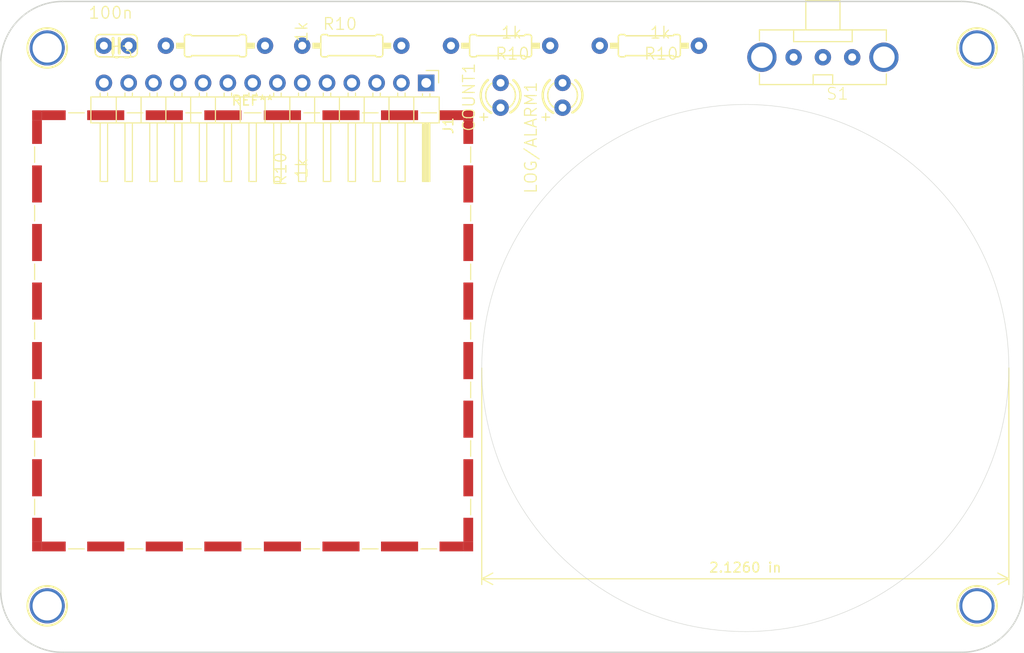
<source format=kicad_pcb>
(kicad_pcb (version 20171130) (host pcbnew 5.1.2-f72e74a~84~ubuntu18.04.1)

  (general
    (thickness 1.6)
    (drawings 12)
    (tracks 0)
    (zones 0)
    (modules 14)
    (nets 15)
  )

  (page A4)
  (layers
    (0 F.Cu signal)
    (31 B.Cu signal)
    (32 B.Adhes user)
    (33 F.Adhes user)
    (34 B.Paste user)
    (35 F.Paste user)
    (36 B.SilkS user)
    (37 F.SilkS user)
    (38 B.Mask user)
    (39 F.Mask user)
    (40 Dwgs.User user)
    (41 Cmts.User user)
    (42 Eco1.User user)
    (43 Eco2.User user)
    (44 Edge.Cuts user)
    (45 Margin user)
    (46 B.CrtYd user)
    (47 F.CrtYd user)
    (48 B.Fab user)
    (49 F.Fab user)
  )

  (setup
    (last_trace_width 0.25)
    (trace_clearance 0.2)
    (zone_clearance 0.508)
    (zone_45_only no)
    (trace_min 0.2)
    (via_size 0.8)
    (via_drill 0.4)
    (via_min_size 0.4)
    (via_min_drill 0.3)
    (uvia_size 0.3)
    (uvia_drill 0.1)
    (uvias_allowed no)
    (uvia_min_size 0.2)
    (uvia_min_drill 0.1)
    (edge_width 0.05)
    (segment_width 0.2)
    (pcb_text_width 0.3)
    (pcb_text_size 1.5 1.5)
    (mod_edge_width 0.12)
    (mod_text_size 1 1)
    (mod_text_width 0.15)
    (pad_size 1.524 1.524)
    (pad_drill 0.762)
    (pad_to_mask_clearance 0.051)
    (solder_mask_min_width 0.25)
    (aux_axis_origin 0 0)
    (visible_elements FFFFFF7F)
    (pcbplotparams
      (layerselection 0x010fc_ffffffff)
      (usegerberextensions false)
      (usegerberattributes false)
      (usegerberadvancedattributes false)
      (creategerberjobfile false)
      (excludeedgelayer true)
      (linewidth 0.150000)
      (plotframeref false)
      (viasonmask false)
      (mode 1)
      (useauxorigin false)
      (hpglpennumber 1)
      (hpglpenspeed 20)
      (hpglpendiameter 15.000000)
      (psnegative false)
      (psa4output false)
      (plotreference true)
      (plotvalue true)
      (plotinvisibletext false)
      (padsonsilk false)
      (subtractmaskfromsilk false)
      (outputformat 1)
      (mirror false)
      (drillshape 1)
      (scaleselection 1)
      (outputdirectory ""))
  )

  (net 0 "")
  (net 1 "Net-(J1-Pad14)")
  (net 2 "Net-(J1-Pad13)")
  (net 3 "Net-(J1-Pad12)")
  (net 4 "Net-(J1-Pad11)")
  (net 5 "Net-(J1-Pad10)")
  (net 6 "Net-(J1-Pad9)")
  (net 7 "Net-(J1-Pad8)")
  (net 8 "Net-(J1-Pad7)")
  (net 9 "Net-(J1-Pad6)")
  (net 10 "Net-(J1-Pad5)")
  (net 11 "Net-(J1-Pad4)")
  (net 12 "Net-(J1-Pad3)")
  (net 13 "Net-(J1-Pad2)")
  (net 14 "Net-(J1-Pad1)")

  (net_class Default "This is the default net class."
    (clearance 0.2)
    (trace_width 0.25)
    (via_dia 0.8)
    (via_drill 0.4)
    (uvia_dia 0.3)
    (uvia_drill 0.1)
    (add_net "Net-(J1-Pad1)")
    (add_net "Net-(J1-Pad10)")
    (add_net "Net-(J1-Pad11)")
    (add_net "Net-(J1-Pad12)")
    (add_net "Net-(J1-Pad13)")
    (add_net "Net-(J1-Pad14)")
    (add_net "Net-(J1-Pad2)")
    (add_net "Net-(J1-Pad3)")
    (add_net "Net-(J1-Pad4)")
    (add_net "Net-(J1-Pad5)")
    (add_net "Net-(J1-Pad6)")
    (add_net "Net-(J1-Pad7)")
    (add_net "Net-(J1-Pad8)")
    (add_net "Net-(J1-Pad9)")
  )

  (module RF_Shielding:Laird_Technologies_BMI-S-207-F_44.37x44.37mm (layer F.Cu) (tedit 5B85E948) (tstamp 5D2645D0)
    (at 110.49 97.79)
    (descr "Laird Technologies BMI-S-207-F Shielding Cabinet Two Piece SMD 44.37x44.37mm (https://assets.lairdtech.com/home/brandworld/files/Board%20Level%20Shields%20Catalog%20Download.pdf)")
    (tags "Shielding Cabinet")
    (attr smd)
    (fp_text reference REF** (at 0 -23.59) (layer F.SilkS)
      (effects (font (size 1 1) (thickness 0.15)))
    )
    (fp_text value Laird_Technologies_BMI-S-207-F_44.37x44.37mm (at 0 23.59) (layer F.Fab)
      (effects (font (size 1 1) (thickness 0.15)))
    )
    (fp_line (start 21.34 21.34) (end -21.34 21.34) (layer F.CrtYd) (width 0.05))
    (fp_line (start 21.34 -21.34) (end 21.34 21.34) (layer F.CrtYd) (width 0.05))
    (fp_line (start 22.335 17.25) (end 22.335 18.85) (layer F.SilkS) (width 0.12))
    (fp_line (start -22.335 17.25) (end -22.335 18.85) (layer F.SilkS) (width 0.12))
    (fp_line (start 22.335 11.25) (end 22.335 12.85) (layer F.SilkS) (width 0.12))
    (fp_line (start -22.335 11.25) (end -22.335 12.85) (layer F.SilkS) (width 0.12))
    (fp_line (start 22.335 5.25) (end 22.335 6.85) (layer F.SilkS) (width 0.12))
    (fp_line (start -22.335 5.25) (end -22.335 6.85) (layer F.SilkS) (width 0.12))
    (fp_line (start 22.335 -0.85) (end 22.335 0.85) (layer F.SilkS) (width 0.12))
    (fp_line (start -22.335 -0.85) (end -22.335 0.85) (layer F.SilkS) (width 0.12))
    (fp_line (start 22.335 -6.85) (end 22.335 -5.25) (layer F.SilkS) (width 0.12))
    (fp_line (start -22.335 -6.85) (end -22.335 -5.25) (layer F.SilkS) (width 0.12))
    (fp_line (start 22.335 -12.85) (end 22.335 -11.25) (layer F.SilkS) (width 0.12))
    (fp_line (start -22.335 -12.85) (end -22.335 -11.25) (layer F.SilkS) (width 0.12))
    (fp_line (start 22.335 -18.85) (end 22.335 -17.25) (layer F.SilkS) (width 0.12))
    (fp_line (start -22.335 -18.85) (end -22.335 -17.25) (layer F.SilkS) (width 0.12))
    (fp_line (start 17.25 22.335) (end 18.85 22.335) (layer F.SilkS) (width 0.12))
    (fp_line (start 17.25 -22.335) (end 18.85 -22.335) (layer F.SilkS) (width 0.12))
    (fp_line (start 11.25 22.335) (end 12.85 22.335) (layer F.SilkS) (width 0.12))
    (fp_line (start 11.25 -22.335) (end 12.85 -22.335) (layer F.SilkS) (width 0.12))
    (fp_line (start 5.25 22.335) (end 6.85 22.335) (layer F.SilkS) (width 0.12))
    (fp_line (start 5.25 -22.335) (end 6.85 -22.335) (layer F.SilkS) (width 0.12))
    (fp_line (start -0.85 22.335) (end 0.85 22.335) (layer F.SilkS) (width 0.12))
    (fp_line (start -0.85 -22.335) (end 0.85 -22.335) (layer F.SilkS) (width 0.12))
    (fp_line (start -6.85 22.335) (end -5.25 22.335) (layer F.SilkS) (width 0.12))
    (fp_line (start -6.85 -22.335) (end -5.25 -22.335) (layer F.SilkS) (width 0.12))
    (fp_line (start -12.85 22.335) (end -11.25 22.335) (layer F.SilkS) (width 0.12))
    (fp_line (start -12.85 -22.335) (end -11.25 -22.335) (layer F.SilkS) (width 0.12))
    (fp_line (start -18.85 22.335) (end -17.25 22.335) (layer F.SilkS) (width 0.12))
    (fp_line (start -18.85 -22.335) (end -17.25 -22.335) (layer F.SilkS) (width 0.12))
    (fp_line (start 22.185 -22.185) (end -22.185 -22.185) (layer F.Fab) (width 0.1))
    (fp_line (start 22.185 22.185) (end 22.185 -22.185) (layer F.Fab) (width 0.1))
    (fp_line (start -22.185 22.185) (end 22.185 22.185) (layer F.Fab) (width 0.1))
    (fp_line (start -22.185 -22.185) (end -22.185 22.185) (layer F.Fab) (width 0.1))
    (fp_line (start 22.85 -22.85) (end -22.85 -22.85) (layer F.CrtYd) (width 0.05))
    (fp_line (start 22.85 22.85) (end 22.85 -22.85) (layer F.CrtYd) (width 0.05))
    (fp_line (start -22.85 22.85) (end 22.85 22.85) (layer F.CrtYd) (width 0.05))
    (fp_line (start -22.85 -22.85) (end -22.85 22.85) (layer F.CrtYd) (width 0.05))
    (fp_line (start 21.34 -21.34) (end -21.34 -21.34) (layer F.CrtYd) (width 0.05))
    (fp_line (start -21.34 -21.34) (end -21.34 21.34) (layer F.CrtYd) (width 0.05))
    (fp_text user %R (at 0 0) (layer F.Fab)
      (effects (font (size 1 1) (thickness 0.15)))
    )
    (pad 1 smd rect (at 22.09 20.37) (size 1 2.44) (layers F.Cu F.Paste F.Mask))
    (pad 1 smd rect (at -22.09 20.37) (size 1 2.44) (layers F.Cu F.Paste F.Mask))
    (pad 1 smd rect (at 22.09 15.05) (size 1 3.8) (layers F.Cu F.Paste F.Mask))
    (pad 1 smd rect (at -22.09 15.05) (size 1 3.8) (layers F.Cu F.Paste F.Mask))
    (pad 1 smd rect (at 22.09 9.05) (size 1 3.8) (layers F.Cu F.Paste F.Mask))
    (pad 1 smd rect (at -22.09 9.05) (size 1 3.8) (layers F.Cu F.Paste F.Mask))
    (pad 1 smd rect (at 22.09 3.05) (size 1 3.8) (layers F.Cu F.Paste F.Mask))
    (pad 1 smd rect (at -22.09 3.05) (size 1 3.8) (layers F.Cu F.Paste F.Mask))
    (pad 1 smd rect (at 22.09 -3.05) (size 1 3.8) (layers F.Cu F.Paste F.Mask))
    (pad 1 smd rect (at -22.09 -3.05) (size 1 3.8) (layers F.Cu F.Paste F.Mask))
    (pad 1 smd rect (at 22.09 -9.05) (size 1 3.8) (layers F.Cu F.Paste F.Mask))
    (pad 1 smd rect (at -22.09 -9.05) (size 1 3.8) (layers F.Cu F.Paste F.Mask))
    (pad 1 smd rect (at 22.09 -15.05) (size 1 3.8) (layers F.Cu F.Paste F.Mask))
    (pad 1 smd rect (at -22.09 -15.05) (size 1 3.8) (layers F.Cu F.Paste F.Mask))
    (pad 1 smd rect (at 22.09 -20.37) (size 1 2.44) (layers F.Cu F.Paste F.Mask))
    (pad 1 smd rect (at -22.09 -20.37) (size 1 2.44) (layers F.Cu F.Paste F.Mask))
    (pad 1 smd rect (at 20.37 22.09) (size 2.44 1) (layers F.Cu F.Paste F.Mask))
    (pad 1 smd rect (at 20.37 -22.09) (size 2.44 1) (layers F.Cu F.Paste F.Mask))
    (pad 1 smd rect (at 15.05 22.09) (size 3.8 1) (layers F.Cu F.Paste F.Mask))
    (pad 1 smd rect (at 15.05 -22.09) (size 3.8 1) (layers F.Cu F.Paste F.Mask))
    (pad 1 smd rect (at 9.05 22.09) (size 3.8 1) (layers F.Cu F.Paste F.Mask))
    (pad 1 smd rect (at 9.05 -22.09) (size 3.8 1) (layers F.Cu F.Paste F.Mask))
    (pad 1 smd rect (at 3.05 22.09) (size 3.8 1) (layers F.Cu F.Paste F.Mask))
    (pad 1 smd rect (at 3.05 -22.09) (size 3.8 1) (layers F.Cu F.Paste F.Mask))
    (pad 1 smd rect (at -3.05 22.09) (size 3.8 1) (layers F.Cu F.Paste F.Mask))
    (pad 1 smd rect (at -3.05 -22.09) (size 3.8 1) (layers F.Cu F.Paste F.Mask))
    (pad 1 smd rect (at -9.05 22.09) (size 3.8 1) (layers F.Cu F.Paste F.Mask))
    (pad 1 smd rect (at -9.05 -22.09) (size 3.8 1) (layers F.Cu F.Paste F.Mask))
    (pad 1 smd rect (at -15.05 22.09) (size 3.8 1) (layers F.Cu F.Paste F.Mask))
    (pad 1 smd rect (at -15.05 -22.09) (size 3.8 1) (layers F.Cu F.Paste F.Mask))
    (pad 1 smd rect (at -20.37 22.09) (size 2.44 1) (layers F.Cu F.Paste F.Mask))
    (pad 1 smd rect (at -20.37 -22.09) (size 2.44 1) (layers F.Cu F.Paste F.Mask))
    (pad 1 smd rect (at -22.09 22.09) (size 1 1) (layers F.Cu F.Paste F.Mask))
    (pad 1 smd rect (at 22.09 22.09) (size 1 1) (layers F.Cu F.Paste F.Mask))
    (pad 1 smd rect (at 22.09 -22.09) (size 1 1) (layers F.Cu F.Paste F.Mask))
    (pad 1 smd rect (at -22.09 -22.09) (size 1 1) (layers F.Cu F.Paste F.Mask))
    (model ":Extra:M5 case.FCStd"
      (at (xyz 0 0 0))
      (scale (xyz 1 1 1))
      (rotate (xyz 0 0 0))
    )
    (model /home/rob/Downloads/M5Stack.wrl
      (offset (xyz -21 -20 0))
      (scale (xyz 1.4 1 1.5))
      (rotate (xyz -90 0 -90))
    )
  )

  (module "bGeigieNanoKit V1.1r5a:0207_10" (layer F.Cu) (tedit 0) (tstamp 5D259D0F)
    (at 120.65 68.58)
    (descr "<b>RESISTOR</b><p>\ntype 0207, grid 10 mm")
    (path /491404DE0633656B)
    (fp_text reference R10 (at -3.048 -1.524) (layer F.SilkS)
      (effects (font (size 1.2065 1.2065) (thickness 0.12065)) (justify left bottom))
    )
    (fp_text value 1k (at -4.445 -0.2794 90) (layer F.SilkS)
      (effects (font (size 1.2065 1.2065) (thickness 0.12065)) (justify left bottom))
    )
    (fp_line (start 5.08 0) (end 4.064 0) (layer F.Fab) (width 0.6096))
    (fp_line (start -5.08 0) (end -4.064 0) (layer F.Fab) (width 0.6096))
    (fp_arc (start -2.921 -0.889) (end -3.175 -0.889) (angle 90) (layer F.SilkS) (width 0.1524))
    (fp_arc (start -2.921 0.889) (end -3.175 0.889) (angle -90) (layer F.SilkS) (width 0.1524))
    (fp_arc (start 2.921 0.889) (end 2.921 1.143) (angle -90) (layer F.SilkS) (width 0.1524))
    (fp_arc (start 2.921 -0.889) (end 2.921 -1.143) (angle 90) (layer F.SilkS) (width 0.1524))
    (fp_line (start -3.175 0.889) (end -3.175 -0.889) (layer F.SilkS) (width 0.1524))
    (fp_line (start -2.921 -1.143) (end -2.54 -1.143) (layer F.SilkS) (width 0.1524))
    (fp_line (start -2.413 -1.016) (end -2.54 -1.143) (layer F.SilkS) (width 0.1524))
    (fp_line (start -2.921 1.143) (end -2.54 1.143) (layer F.SilkS) (width 0.1524))
    (fp_line (start -2.413 1.016) (end -2.54 1.143) (layer F.SilkS) (width 0.1524))
    (fp_line (start 2.413 -1.016) (end 2.54 -1.143) (layer F.SilkS) (width 0.1524))
    (fp_line (start 2.413 -1.016) (end -2.413 -1.016) (layer F.SilkS) (width 0.1524))
    (fp_line (start 2.413 1.016) (end 2.54 1.143) (layer F.SilkS) (width 0.1524))
    (fp_line (start 2.413 1.016) (end -2.413 1.016) (layer F.SilkS) (width 0.1524))
    (fp_line (start 2.921 -1.143) (end 2.54 -1.143) (layer F.SilkS) (width 0.1524))
    (fp_line (start 2.921 1.143) (end 2.54 1.143) (layer F.SilkS) (width 0.1524))
    (fp_line (start 3.175 0.889) (end 3.175 -0.889) (layer F.SilkS) (width 0.1524))
    (fp_poly (pts (xy 3.175 0.3048) (xy 4.0386 0.3048) (xy 4.0386 -0.3048) (xy 3.175 -0.3048)) (layer F.SilkS) (width 0))
    (fp_poly (pts (xy -4.0386 0.3048) (xy -3.175 0.3048) (xy -3.175 -0.3048) (xy -4.0386 -0.3048)) (layer F.SilkS) (width 0))
    (pad 1 thru_hole circle (at -5.08 0) (size 1.6764 1.6764) (drill 0.8128) (layers *.Cu *.Mask)
      (solder_mask_margin 0.1016))
    (pad 2 thru_hole circle (at 5.08 0) (size 1.6764 1.6764) (drill 0.8128) (layers *.Cu *.Mask)
      (solder_mask_margin 0.1016))
  )

  (module "bGeigieNanoKit V1.1r5a:0207_10" (layer F.Cu) (tedit 0) (tstamp 5D259CC4)
    (at 106.68 68.58)
    (descr "<b>RESISTOR</b><p>\ntype 0207, grid 10 mm")
    (path /491404DE0633656B)
    (fp_text reference R10 (at 7.366 14.478 90) (layer F.SilkS)
      (effects (font (size 1.2065 1.2065) (thickness 0.12065)) (justify left bottom))
    )
    (fp_text value 1k (at 9.525 13.6906 90) (layer F.SilkS)
      (effects (font (size 1.2065 1.2065) (thickness 0.12065)) (justify left bottom))
    )
    (fp_poly (pts (xy -4.0386 0.3048) (xy -3.175 0.3048) (xy -3.175 -0.3048) (xy -4.0386 -0.3048)) (layer F.SilkS) (width 0))
    (fp_poly (pts (xy 3.175 0.3048) (xy 4.0386 0.3048) (xy 4.0386 -0.3048) (xy 3.175 -0.3048)) (layer F.SilkS) (width 0))
    (fp_line (start 3.175 0.889) (end 3.175 -0.889) (layer F.SilkS) (width 0.1524))
    (fp_line (start 2.921 1.143) (end 2.54 1.143) (layer F.SilkS) (width 0.1524))
    (fp_line (start 2.921 -1.143) (end 2.54 -1.143) (layer F.SilkS) (width 0.1524))
    (fp_line (start 2.413 1.016) (end -2.413 1.016) (layer F.SilkS) (width 0.1524))
    (fp_line (start 2.413 1.016) (end 2.54 1.143) (layer F.SilkS) (width 0.1524))
    (fp_line (start 2.413 -1.016) (end -2.413 -1.016) (layer F.SilkS) (width 0.1524))
    (fp_line (start 2.413 -1.016) (end 2.54 -1.143) (layer F.SilkS) (width 0.1524))
    (fp_line (start -2.413 1.016) (end -2.54 1.143) (layer F.SilkS) (width 0.1524))
    (fp_line (start -2.921 1.143) (end -2.54 1.143) (layer F.SilkS) (width 0.1524))
    (fp_line (start -2.413 -1.016) (end -2.54 -1.143) (layer F.SilkS) (width 0.1524))
    (fp_line (start -2.921 -1.143) (end -2.54 -1.143) (layer F.SilkS) (width 0.1524))
    (fp_line (start -3.175 0.889) (end -3.175 -0.889) (layer F.SilkS) (width 0.1524))
    (fp_arc (start 2.921 -0.889) (end 2.921 -1.143) (angle 90) (layer F.SilkS) (width 0.1524))
    (fp_arc (start 2.921 0.889) (end 2.921 1.143) (angle -90) (layer F.SilkS) (width 0.1524))
    (fp_arc (start -2.921 0.889) (end -3.175 0.889) (angle -90) (layer F.SilkS) (width 0.1524))
    (fp_arc (start -2.921 -0.889) (end -3.175 -0.889) (angle 90) (layer F.SilkS) (width 0.1524))
    (fp_line (start -5.08 0) (end -4.064 0) (layer F.Fab) (width 0.6096))
    (fp_line (start 5.08 0) (end 4.064 0) (layer F.Fab) (width 0.6096))
    (pad 2 thru_hole circle (at 5.08 0) (size 1.6764 1.6764) (drill 0.8128) (layers *.Cu *.Mask)
      (solder_mask_margin 0.1016))
    (pad 1 thru_hole circle (at -5.08 0) (size 1.6764 1.6764) (drill 0.8128) (layers *.Cu *.Mask)
      (solder_mask_margin 0.1016))
  )

  (module "bGeigieNanoKit V1.1r5a:0207_10" (layer F.Cu) (tedit 0) (tstamp 5D259B5D)
    (at 135.89 68.58 180)
    (descr "<b>RESISTOR</b><p>\ntype 0207, grid 10 mm")
    (path /491404DE0633656B)
    (fp_text reference R10 (at -3.048 -1.524) (layer F.SilkS)
      (effects (font (size 1.2065 1.2065) (thickness 0.12065)) (justify right bottom))
    )
    (fp_text value 1k (at -2.2606 0.635) (layer F.SilkS)
      (effects (font (size 1.2065 1.2065) (thickness 0.12065)) (justify right bottom))
    )
    (fp_poly (pts (xy -4.0386 0.3048) (xy -3.175 0.3048) (xy -3.175 -0.3048) (xy -4.0386 -0.3048)) (layer F.SilkS) (width 0))
    (fp_poly (pts (xy 3.175 0.3048) (xy 4.0386 0.3048) (xy 4.0386 -0.3048) (xy 3.175 -0.3048)) (layer F.SilkS) (width 0))
    (fp_line (start 3.175 0.889) (end 3.175 -0.889) (layer F.SilkS) (width 0.1524))
    (fp_line (start 2.921 1.143) (end 2.54 1.143) (layer F.SilkS) (width 0.1524))
    (fp_line (start 2.921 -1.143) (end 2.54 -1.143) (layer F.SilkS) (width 0.1524))
    (fp_line (start 2.413 1.016) (end -2.413 1.016) (layer F.SilkS) (width 0.1524))
    (fp_line (start 2.413 1.016) (end 2.54 1.143) (layer F.SilkS) (width 0.1524))
    (fp_line (start 2.413 -1.016) (end -2.413 -1.016) (layer F.SilkS) (width 0.1524))
    (fp_line (start 2.413 -1.016) (end 2.54 -1.143) (layer F.SilkS) (width 0.1524))
    (fp_line (start -2.413 1.016) (end -2.54 1.143) (layer F.SilkS) (width 0.1524))
    (fp_line (start -2.921 1.143) (end -2.54 1.143) (layer F.SilkS) (width 0.1524))
    (fp_line (start -2.413 -1.016) (end -2.54 -1.143) (layer F.SilkS) (width 0.1524))
    (fp_line (start -2.921 -1.143) (end -2.54 -1.143) (layer F.SilkS) (width 0.1524))
    (fp_line (start -3.175 0.889) (end -3.175 -0.889) (layer F.SilkS) (width 0.1524))
    (fp_arc (start 2.921 -0.889) (end 2.921 -1.143) (angle 90) (layer F.SilkS) (width 0.1524))
    (fp_arc (start 2.921 0.889) (end 2.921 1.143) (angle -90) (layer F.SilkS) (width 0.1524))
    (fp_arc (start -2.921 0.889) (end -3.175 0.889) (angle -90) (layer F.SilkS) (width 0.1524))
    (fp_arc (start -2.921 -0.889) (end -3.175 -0.889) (angle 90) (layer F.SilkS) (width 0.1524))
    (fp_line (start -5.08 0) (end -4.064 0) (layer F.Fab) (width 0.6096))
    (fp_line (start 5.08 0) (end 4.064 0) (layer F.Fab) (width 0.6096))
    (pad 2 thru_hole circle (at 5.08 0 180) (size 1.6764 1.6764) (drill 0.8128) (layers *.Cu *.Mask)
      (solder_mask_margin 0.1016))
    (pad 1 thru_hole circle (at -5.08 0 180) (size 1.6764 1.6764) (drill 0.8128) (layers *.Cu *.Mask)
      (solder_mask_margin 0.1016))
  )

  (module "bGeigieNanoKit V1.1r5a:0207_10" (layer F.Cu) (tedit 0) (tstamp 5D264989)
    (at 151.13 68.58 180)
    (descr "<b>RESISTOR</b><p>\ntype 0207, grid 10 mm")
    (path /491404DE0633656B)
    (fp_text reference R10 (at -3.048 -1.524) (layer F.SilkS)
      (effects (font (size 1.2065 1.2065) (thickness 0.12065)) (justify right bottom))
    )
    (fp_text value 1k (at -2.2606 0.635) (layer F.SilkS)
      (effects (font (size 1.2065 1.2065) (thickness 0.12065)) (justify right bottom))
    )
    (fp_line (start 5.08 0) (end 4.064 0) (layer F.Fab) (width 0.6096))
    (fp_line (start -5.08 0) (end -4.064 0) (layer F.Fab) (width 0.6096))
    (fp_arc (start -2.921 -0.889) (end -3.175 -0.889) (angle 90) (layer F.SilkS) (width 0.1524))
    (fp_arc (start -2.921 0.889) (end -3.175 0.889) (angle -90) (layer F.SilkS) (width 0.1524))
    (fp_arc (start 2.921 0.889) (end 2.921 1.143) (angle -90) (layer F.SilkS) (width 0.1524))
    (fp_arc (start 2.921 -0.889) (end 2.921 -1.143) (angle 90) (layer F.SilkS) (width 0.1524))
    (fp_line (start -3.175 0.889) (end -3.175 -0.889) (layer F.SilkS) (width 0.1524))
    (fp_line (start -2.921 -1.143) (end -2.54 -1.143) (layer F.SilkS) (width 0.1524))
    (fp_line (start -2.413 -1.016) (end -2.54 -1.143) (layer F.SilkS) (width 0.1524))
    (fp_line (start -2.921 1.143) (end -2.54 1.143) (layer F.SilkS) (width 0.1524))
    (fp_line (start -2.413 1.016) (end -2.54 1.143) (layer F.SilkS) (width 0.1524))
    (fp_line (start 2.413 -1.016) (end 2.54 -1.143) (layer F.SilkS) (width 0.1524))
    (fp_line (start 2.413 -1.016) (end -2.413 -1.016) (layer F.SilkS) (width 0.1524))
    (fp_line (start 2.413 1.016) (end 2.54 1.143) (layer F.SilkS) (width 0.1524))
    (fp_line (start 2.413 1.016) (end -2.413 1.016) (layer F.SilkS) (width 0.1524))
    (fp_line (start 2.921 -1.143) (end 2.54 -1.143) (layer F.SilkS) (width 0.1524))
    (fp_line (start 2.921 1.143) (end 2.54 1.143) (layer F.SilkS) (width 0.1524))
    (fp_line (start 3.175 0.889) (end 3.175 -0.889) (layer F.SilkS) (width 0.1524))
    (fp_poly (pts (xy 3.175 0.3048) (xy 4.0386 0.3048) (xy 4.0386 -0.3048) (xy 3.175 -0.3048)) (layer F.SilkS) (width 0))
    (fp_poly (pts (xy -4.0386 0.3048) (xy -3.175 0.3048) (xy -3.175 -0.3048) (xy -4.0386 -0.3048)) (layer F.SilkS) (width 0))
    (pad 1 thru_hole circle (at -5.08 0 180) (size 1.6764 1.6764) (drill 0.8128) (layers *.Cu *.Mask)
      (solder_mask_margin 0.1016))
    (pad 2 thru_hole circle (at 5.08 0 180) (size 1.6764 1.6764) (drill 0.8128) (layers *.Cu *.Mask)
      (solder_mask_margin 0.1016))
  )

  (module "bGeigieNanoKit V1.1r5a:C025-024X044" (layer F.Cu) (tedit 0) (tstamp 5D258B76)
    (at 96.52 68.58 180)
    (descr "<b>CAPACITOR</b><p>\ngrid 2.5 mm, outline 2.4 x 4.4 mm")
    (path /76DC27178EA4FDCE)
    (fp_text reference C3 (at -1.778 -1.397) (layer F.SilkS)
      (effects (font (size 1.2065 1.2065) (thickness 0.12065)) (justify right bottom))
    )
    (fp_text value 100n (at -1.778 2.667) (layer F.SilkS)
      (effects (font (size 1.2065 1.2065) (thickness 0.12065)) (justify right bottom))
    )
    (fp_line (start -2.159 0.635) (end -2.159 -0.635) (layer F.SilkS) (width 0.1524))
    (fp_arc (start -1.651 -0.635) (end -2.159 -0.635) (angle 90) (layer F.SilkS) (width 0.1524))
    (fp_arc (start -1.651 0.635) (end -2.159 0.635) (angle -90) (layer F.SilkS) (width 0.1524))
    (fp_line (start 1.651 -1.143) (end -1.651 -1.143) (layer F.SilkS) (width 0.1524))
    (fp_line (start 2.159 0.635) (end 2.159 -0.635) (layer F.SilkS) (width 0.1524))
    (fp_line (start 1.651 1.143) (end -1.651 1.143) (layer F.SilkS) (width 0.1524))
    (fp_arc (start 1.651 -0.635) (end 1.651 -1.143) (angle 90) (layer F.SilkS) (width 0.1524))
    (fp_arc (start 1.651 0.635) (end 1.651 1.143) (angle -90) (layer F.SilkS) (width 0.1524))
    (fp_line (start -0.3048 -0.762) (end -0.3048 0.762) (layer F.SilkS) (width 0.3048))
    (fp_line (start 0.3302 -0.762) (end 0.3302 0.762) (layer F.SilkS) (width 0.3048))
    (fp_line (start 1.27 0) (end 0.3302 0) (layer F.Fab) (width 0.1524))
    (fp_line (start -1.27 0) (end -0.3048 0) (layer F.Fab) (width 0.1524))
    (pad 1 thru_hole circle (at -1.27 0 180) (size 1.6764 1.6764) (drill 0.8128) (layers *.Cu *.Mask)
      (solder_mask_margin 0.1016))
    (pad 2 thru_hole circle (at 1.27 0 180) (size 1.6764 1.6764) (drill 0.8128) (layers *.Cu *.Mask)
      (solder_mask_margin 0.1016))
  )

  (module "bGeigieNanoKit V1.1r5a:LED3MM" (layer F.Cu) (tedit 0) (tstamp 5D2588BE)
    (at 135.89 73.66 90)
    (descr "<B>LED</B><p>\n3 mm, round")
    (path /8945427DC916D756)
    (fp_text reference COUNT1 (at -3.81 -2.54 270) (layer F.SilkS)
      (effects (font (size 1.2065 1.2065) (thickness 0.12065)) (justify left bottom))
    )
    (fp_text value BLUE (at 1.905 1.651 90) (layer F.SilkS) hide
      (effects (font (size 1.2065 1.2065) (thickness 0.12065)) (justify left bottom))
    )
    (fp_line (start 1.5748 1.27) (end 1.5748 -1.27) (layer F.Fab) (width 0.254))
    (fp_arc (start 0 0.000004) (end -1.524 0) (angle 39.80361) (layer F.Fab) (width 0.1524))
    (fp_arc (start 0 0.000063) (end -1.524 0) (angle -41.633208) (layer F.Fab) (width 0.1524))
    (fp_arc (start 0 0.000014) (end 1.1571 -0.9918) (angle 40.601165) (layer F.Fab) (width 0.1524))
    (fp_arc (start 0 -0.000004) (end 1.1708 0.9756) (angle -39.80361) (layer F.Fab) (width 0.1524))
    (fp_arc (start -0.000034 0) (end 0 -1.524) (angle 54.461337) (layer F.SilkS) (width 0.1524))
    (fp_arc (start 0 0) (end -1.2192 -0.9144) (angle 53.130102) (layer F.SilkS) (width 0.1524))
    (fp_arc (start -0.000008 0) (end 0 1.524) (angle -52.126876) (layer F.SilkS) (width 0.1524))
    (fp_arc (start 0.000008 0) (end -1.203 0.9356) (angle -52.126876) (layer F.SilkS) (width 0.1524))
    (fp_arc (start 0 0) (end -0.635 0) (angle 90) (layer F.Fab) (width 0.1524))
    (fp_arc (start 0 0) (end -1.016 0) (angle 90) (layer F.Fab) (width 0.1524))
    (fp_arc (start 0 0) (end 0 0.635) (angle -90) (layer F.Fab) (width 0.1524))
    (fp_arc (start 0 0) (end 0 1.016) (angle -90) (layer F.Fab) (width 0.1524))
    (fp_arc (start 0.000012 0) (end 0 -2.032) (angle 50.193108) (layer F.SilkS) (width 0.254))
    (fp_arc (start 0.00006 0) (end -1.7929 -0.9562) (angle 61.926949) (layer F.SilkS) (width 0.254))
    (fp_arc (start 0.000037 0) (end 0 2.032) (angle -49.763022) (layer F.SilkS) (width 0.254))
    (fp_arc (start -0.000056 0) (end -1.7643 1.0082) (angle -60.255215) (layer F.SilkS) (width 0.254))
    (fp_arc (start 0 0.000002) (end -2.032 0) (angle 28.301701) (layer F.Fab) (width 0.254))
    (fp_arc (start 0 0.000083) (end -2.032 0) (angle -31.60822) (layer F.Fab) (width 0.254))
    (fp_line (start -2.5908 -1.7272) (end -1.8542 -1.7272) (layer F.SilkS) (width 0.127))
    (fp_line (start -2.2352 -1.3208) (end -2.2352 -2.1082) (layer F.SilkS) (width 0.127))
    (pad A thru_hole circle (at -1.27 0 90) (size 1.6764 1.6764) (drill 0.8128) (layers *.Cu *.Mask)
      (solder_mask_margin 0.1016))
    (pad K thru_hole circle (at 1.27 0 90) (size 1.6764 1.6764) (drill 0.8128) (layers *.Cu *.Mask)
      (solder_mask_margin 0.1016))
  )

  (module "bGeigieNanoKit V1.1r5a:LED3MM" (layer F.Cu) (tedit 0) (tstamp 5D2588A4)
    (at 142.24 73.66 90)
    (descr "<B>LED</B><p>\n3 mm, round")
    (path /8D5E7B3055E86A87)
    (fp_text reference LOG/ALARM1 (at -10.16 -2.54 270) (layer F.SilkS)
      (effects (font (size 1.2065 1.2065) (thickness 0.12065)) (justify left bottom))
    )
    (fp_text value RED (at 1.905 1.651 90) (layer F.SilkS) hide
      (effects (font (size 1.2065 1.2065) (thickness 0.12065)) (justify left bottom))
    )
    (fp_line (start 1.5748 1.27) (end 1.5748 -1.27) (layer F.Fab) (width 0.254))
    (fp_arc (start 0 0.000004) (end -1.524 0) (angle 39.80361) (layer F.Fab) (width 0.1524))
    (fp_arc (start 0 0.000063) (end -1.524 0) (angle -41.633208) (layer F.Fab) (width 0.1524))
    (fp_arc (start 0 0.000014) (end 1.1571 -0.9918) (angle 40.601165) (layer F.Fab) (width 0.1524))
    (fp_arc (start 0 -0.000004) (end 1.1708 0.9756) (angle -39.80361) (layer F.Fab) (width 0.1524))
    (fp_arc (start -0.000034 0) (end 0 -1.524) (angle 54.461337) (layer F.SilkS) (width 0.1524))
    (fp_arc (start 0 0) (end -1.2192 -0.9144) (angle 53.130102) (layer F.SilkS) (width 0.1524))
    (fp_arc (start -0.000008 0) (end 0 1.524) (angle -52.126876) (layer F.SilkS) (width 0.1524))
    (fp_arc (start 0.000008 0) (end -1.203 0.9356) (angle -52.126876) (layer F.SilkS) (width 0.1524))
    (fp_arc (start 0 0) (end -0.635 0) (angle 90) (layer F.Fab) (width 0.1524))
    (fp_arc (start 0 0) (end -1.016 0) (angle 90) (layer F.Fab) (width 0.1524))
    (fp_arc (start 0 0) (end 0 0.635) (angle -90) (layer F.Fab) (width 0.1524))
    (fp_arc (start 0 0) (end 0 1.016) (angle -90) (layer F.Fab) (width 0.1524))
    (fp_arc (start 0.000012 0) (end 0 -2.032) (angle 50.193108) (layer F.SilkS) (width 0.254))
    (fp_arc (start 0.00006 0) (end -1.7929 -0.9562) (angle 61.926949) (layer F.SilkS) (width 0.254))
    (fp_arc (start 0.000037 0) (end 0 2.032) (angle -49.763022) (layer F.SilkS) (width 0.254))
    (fp_arc (start -0.000056 0) (end -1.7643 1.0082) (angle -60.255215) (layer F.SilkS) (width 0.254))
    (fp_arc (start 0 0.000002) (end -2.032 0) (angle 28.301701) (layer F.Fab) (width 0.254))
    (fp_arc (start 0 0.000083) (end -2.032 0) (angle -31.60822) (layer F.Fab) (width 0.254))
    (fp_line (start -2.5908 -1.7272) (end -1.8542 -1.7272) (layer F.SilkS) (width 0.127))
    (fp_line (start -2.2352 -1.3208) (end -2.2352 -2.1082) (layer F.SilkS) (width 0.127))
    (pad A thru_hole circle (at -1.27 0 90) (size 1.6764 1.6764) (drill 0.8128) (layers *.Cu *.Mask)
      (solder_mask_margin 0.1016))
    (pad K thru_hole circle (at 1.27 0 90) (size 1.6764 1.6764) (drill 0.8128) (layers *.Cu *.Mask)
      (solder_mask_margin 0.1016))
  )

  (module Connector_PinHeader_2.54mm:PinHeader_1x14_P2.54mm_Horizontal (layer F.Cu) (tedit 59FED5CB) (tstamp 5D2591A9)
    (at 128.27 72.39 270)
    (descr "Through hole angled pin header, 1x14, 2.54mm pitch, 6mm pin length, single row")
    (tags "Through hole angled pin header THT 1x14 2.54mm single row")
    (path /5D258F54)
    (fp_text reference J1 (at 4.385 -2.27 90) (layer F.SilkS)
      (effects (font (size 1 1) (thickness 0.15)))
    )
    (fp_text value Conn_01x14 (at 4.385 35.29 90) (layer F.Fab)
      (effects (font (size 1 1) (thickness 0.15)))
    )
    (fp_text user %R (at 2.77 16.51) (layer F.Fab)
      (effects (font (size 1 1) (thickness 0.15)))
    )
    (fp_line (start 10.55 -1.8) (end -1.8 -1.8) (layer F.CrtYd) (width 0.05))
    (fp_line (start 10.55 34.8) (end 10.55 -1.8) (layer F.CrtYd) (width 0.05))
    (fp_line (start -1.8 34.8) (end 10.55 34.8) (layer F.CrtYd) (width 0.05))
    (fp_line (start -1.8 -1.8) (end -1.8 34.8) (layer F.CrtYd) (width 0.05))
    (fp_line (start -1.27 -1.27) (end 0 -1.27) (layer F.SilkS) (width 0.12))
    (fp_line (start -1.27 0) (end -1.27 -1.27) (layer F.SilkS) (width 0.12))
    (fp_line (start 1.042929 33.4) (end 1.44 33.4) (layer F.SilkS) (width 0.12))
    (fp_line (start 1.042929 32.64) (end 1.44 32.64) (layer F.SilkS) (width 0.12))
    (fp_line (start 10.1 33.4) (end 4.1 33.4) (layer F.SilkS) (width 0.12))
    (fp_line (start 10.1 32.64) (end 10.1 33.4) (layer F.SilkS) (width 0.12))
    (fp_line (start 4.1 32.64) (end 10.1 32.64) (layer F.SilkS) (width 0.12))
    (fp_line (start 1.44 31.75) (end 4.1 31.75) (layer F.SilkS) (width 0.12))
    (fp_line (start 1.042929 30.86) (end 1.44 30.86) (layer F.SilkS) (width 0.12))
    (fp_line (start 1.042929 30.1) (end 1.44 30.1) (layer F.SilkS) (width 0.12))
    (fp_line (start 10.1 30.86) (end 4.1 30.86) (layer F.SilkS) (width 0.12))
    (fp_line (start 10.1 30.1) (end 10.1 30.86) (layer F.SilkS) (width 0.12))
    (fp_line (start 4.1 30.1) (end 10.1 30.1) (layer F.SilkS) (width 0.12))
    (fp_line (start 1.44 29.21) (end 4.1 29.21) (layer F.SilkS) (width 0.12))
    (fp_line (start 1.042929 28.32) (end 1.44 28.32) (layer F.SilkS) (width 0.12))
    (fp_line (start 1.042929 27.56) (end 1.44 27.56) (layer F.SilkS) (width 0.12))
    (fp_line (start 10.1 28.32) (end 4.1 28.32) (layer F.SilkS) (width 0.12))
    (fp_line (start 10.1 27.56) (end 10.1 28.32) (layer F.SilkS) (width 0.12))
    (fp_line (start 4.1 27.56) (end 10.1 27.56) (layer F.SilkS) (width 0.12))
    (fp_line (start 1.44 26.67) (end 4.1 26.67) (layer F.SilkS) (width 0.12))
    (fp_line (start 1.042929 25.78) (end 1.44 25.78) (layer F.SilkS) (width 0.12))
    (fp_line (start 1.042929 25.02) (end 1.44 25.02) (layer F.SilkS) (width 0.12))
    (fp_line (start 10.1 25.78) (end 4.1 25.78) (layer F.SilkS) (width 0.12))
    (fp_line (start 10.1 25.02) (end 10.1 25.78) (layer F.SilkS) (width 0.12))
    (fp_line (start 4.1 25.02) (end 10.1 25.02) (layer F.SilkS) (width 0.12))
    (fp_line (start 1.44 24.13) (end 4.1 24.13) (layer F.SilkS) (width 0.12))
    (fp_line (start 1.042929 23.24) (end 1.44 23.24) (layer F.SilkS) (width 0.12))
    (fp_line (start 1.042929 22.48) (end 1.44 22.48) (layer F.SilkS) (width 0.12))
    (fp_line (start 10.1 23.24) (end 4.1 23.24) (layer F.SilkS) (width 0.12))
    (fp_line (start 10.1 22.48) (end 10.1 23.24) (layer F.SilkS) (width 0.12))
    (fp_line (start 4.1 22.48) (end 10.1 22.48) (layer F.SilkS) (width 0.12))
    (fp_line (start 1.44 21.59) (end 4.1 21.59) (layer F.SilkS) (width 0.12))
    (fp_line (start 1.042929 20.7) (end 1.44 20.7) (layer F.SilkS) (width 0.12))
    (fp_line (start 1.042929 19.94) (end 1.44 19.94) (layer F.SilkS) (width 0.12))
    (fp_line (start 10.1 20.7) (end 4.1 20.7) (layer F.SilkS) (width 0.12))
    (fp_line (start 10.1 19.94) (end 10.1 20.7) (layer F.SilkS) (width 0.12))
    (fp_line (start 4.1 19.94) (end 10.1 19.94) (layer F.SilkS) (width 0.12))
    (fp_line (start 1.44 19.05) (end 4.1 19.05) (layer F.SilkS) (width 0.12))
    (fp_line (start 1.042929 18.16) (end 1.44 18.16) (layer F.SilkS) (width 0.12))
    (fp_line (start 1.042929 17.4) (end 1.44 17.4) (layer F.SilkS) (width 0.12))
    (fp_line (start 10.1 18.16) (end 4.1 18.16) (layer F.SilkS) (width 0.12))
    (fp_line (start 10.1 17.4) (end 10.1 18.16) (layer F.SilkS) (width 0.12))
    (fp_line (start 4.1 17.4) (end 10.1 17.4) (layer F.SilkS) (width 0.12))
    (fp_line (start 1.44 16.51) (end 4.1 16.51) (layer F.SilkS) (width 0.12))
    (fp_line (start 1.042929 15.62) (end 1.44 15.62) (layer F.SilkS) (width 0.12))
    (fp_line (start 1.042929 14.86) (end 1.44 14.86) (layer F.SilkS) (width 0.12))
    (fp_line (start 10.1 15.62) (end 4.1 15.62) (layer F.SilkS) (width 0.12))
    (fp_line (start 10.1 14.86) (end 10.1 15.62) (layer F.SilkS) (width 0.12))
    (fp_line (start 4.1 14.86) (end 10.1 14.86) (layer F.SilkS) (width 0.12))
    (fp_line (start 1.44 13.97) (end 4.1 13.97) (layer F.SilkS) (width 0.12))
    (fp_line (start 1.042929 13.08) (end 1.44 13.08) (layer F.SilkS) (width 0.12))
    (fp_line (start 1.042929 12.32) (end 1.44 12.32) (layer F.SilkS) (width 0.12))
    (fp_line (start 10.1 13.08) (end 4.1 13.08) (layer F.SilkS) (width 0.12))
    (fp_line (start 10.1 12.32) (end 10.1 13.08) (layer F.SilkS) (width 0.12))
    (fp_line (start 4.1 12.32) (end 10.1 12.32) (layer F.SilkS) (width 0.12))
    (fp_line (start 1.44 11.43) (end 4.1 11.43) (layer F.SilkS) (width 0.12))
    (fp_line (start 1.042929 10.54) (end 1.44 10.54) (layer F.SilkS) (width 0.12))
    (fp_line (start 1.042929 9.78) (end 1.44 9.78) (layer F.SilkS) (width 0.12))
    (fp_line (start 10.1 10.54) (end 4.1 10.54) (layer F.SilkS) (width 0.12))
    (fp_line (start 10.1 9.78) (end 10.1 10.54) (layer F.SilkS) (width 0.12))
    (fp_line (start 4.1 9.78) (end 10.1 9.78) (layer F.SilkS) (width 0.12))
    (fp_line (start 1.44 8.89) (end 4.1 8.89) (layer F.SilkS) (width 0.12))
    (fp_line (start 1.042929 8) (end 1.44 8) (layer F.SilkS) (width 0.12))
    (fp_line (start 1.042929 7.24) (end 1.44 7.24) (layer F.SilkS) (width 0.12))
    (fp_line (start 10.1 8) (end 4.1 8) (layer F.SilkS) (width 0.12))
    (fp_line (start 10.1 7.24) (end 10.1 8) (layer F.SilkS) (width 0.12))
    (fp_line (start 4.1 7.24) (end 10.1 7.24) (layer F.SilkS) (width 0.12))
    (fp_line (start 1.44 6.35) (end 4.1 6.35) (layer F.SilkS) (width 0.12))
    (fp_line (start 1.042929 5.46) (end 1.44 5.46) (layer F.SilkS) (width 0.12))
    (fp_line (start 1.042929 4.7) (end 1.44 4.7) (layer F.SilkS) (width 0.12))
    (fp_line (start 10.1 5.46) (end 4.1 5.46) (layer F.SilkS) (width 0.12))
    (fp_line (start 10.1 4.7) (end 10.1 5.46) (layer F.SilkS) (width 0.12))
    (fp_line (start 4.1 4.7) (end 10.1 4.7) (layer F.SilkS) (width 0.12))
    (fp_line (start 1.44 3.81) (end 4.1 3.81) (layer F.SilkS) (width 0.12))
    (fp_line (start 1.042929 2.92) (end 1.44 2.92) (layer F.SilkS) (width 0.12))
    (fp_line (start 1.042929 2.16) (end 1.44 2.16) (layer F.SilkS) (width 0.12))
    (fp_line (start 10.1 2.92) (end 4.1 2.92) (layer F.SilkS) (width 0.12))
    (fp_line (start 10.1 2.16) (end 10.1 2.92) (layer F.SilkS) (width 0.12))
    (fp_line (start 4.1 2.16) (end 10.1 2.16) (layer F.SilkS) (width 0.12))
    (fp_line (start 1.44 1.27) (end 4.1 1.27) (layer F.SilkS) (width 0.12))
    (fp_line (start 1.11 0.38) (end 1.44 0.38) (layer F.SilkS) (width 0.12))
    (fp_line (start 1.11 -0.38) (end 1.44 -0.38) (layer F.SilkS) (width 0.12))
    (fp_line (start 4.1 0.28) (end 10.1 0.28) (layer F.SilkS) (width 0.12))
    (fp_line (start 4.1 0.16) (end 10.1 0.16) (layer F.SilkS) (width 0.12))
    (fp_line (start 4.1 0.04) (end 10.1 0.04) (layer F.SilkS) (width 0.12))
    (fp_line (start 4.1 -0.08) (end 10.1 -0.08) (layer F.SilkS) (width 0.12))
    (fp_line (start 4.1 -0.2) (end 10.1 -0.2) (layer F.SilkS) (width 0.12))
    (fp_line (start 4.1 -0.32) (end 10.1 -0.32) (layer F.SilkS) (width 0.12))
    (fp_line (start 10.1 0.38) (end 4.1 0.38) (layer F.SilkS) (width 0.12))
    (fp_line (start 10.1 -0.38) (end 10.1 0.38) (layer F.SilkS) (width 0.12))
    (fp_line (start 4.1 -0.38) (end 10.1 -0.38) (layer F.SilkS) (width 0.12))
    (fp_line (start 4.1 -1.33) (end 1.44 -1.33) (layer F.SilkS) (width 0.12))
    (fp_line (start 4.1 34.35) (end 4.1 -1.33) (layer F.SilkS) (width 0.12))
    (fp_line (start 1.44 34.35) (end 4.1 34.35) (layer F.SilkS) (width 0.12))
    (fp_line (start 1.44 -1.33) (end 1.44 34.35) (layer F.SilkS) (width 0.12))
    (fp_line (start 4.04 33.34) (end 10.04 33.34) (layer F.Fab) (width 0.1))
    (fp_line (start 10.04 32.7) (end 10.04 33.34) (layer F.Fab) (width 0.1))
    (fp_line (start 4.04 32.7) (end 10.04 32.7) (layer F.Fab) (width 0.1))
    (fp_line (start -0.32 33.34) (end 1.5 33.34) (layer F.Fab) (width 0.1))
    (fp_line (start -0.32 32.7) (end -0.32 33.34) (layer F.Fab) (width 0.1))
    (fp_line (start -0.32 32.7) (end 1.5 32.7) (layer F.Fab) (width 0.1))
    (fp_line (start 4.04 30.8) (end 10.04 30.8) (layer F.Fab) (width 0.1))
    (fp_line (start 10.04 30.16) (end 10.04 30.8) (layer F.Fab) (width 0.1))
    (fp_line (start 4.04 30.16) (end 10.04 30.16) (layer F.Fab) (width 0.1))
    (fp_line (start -0.32 30.8) (end 1.5 30.8) (layer F.Fab) (width 0.1))
    (fp_line (start -0.32 30.16) (end -0.32 30.8) (layer F.Fab) (width 0.1))
    (fp_line (start -0.32 30.16) (end 1.5 30.16) (layer F.Fab) (width 0.1))
    (fp_line (start 4.04 28.26) (end 10.04 28.26) (layer F.Fab) (width 0.1))
    (fp_line (start 10.04 27.62) (end 10.04 28.26) (layer F.Fab) (width 0.1))
    (fp_line (start 4.04 27.62) (end 10.04 27.62) (layer F.Fab) (width 0.1))
    (fp_line (start -0.32 28.26) (end 1.5 28.26) (layer F.Fab) (width 0.1))
    (fp_line (start -0.32 27.62) (end -0.32 28.26) (layer F.Fab) (width 0.1))
    (fp_line (start -0.32 27.62) (end 1.5 27.62) (layer F.Fab) (width 0.1))
    (fp_line (start 4.04 25.72) (end 10.04 25.72) (layer F.Fab) (width 0.1))
    (fp_line (start 10.04 25.08) (end 10.04 25.72) (layer F.Fab) (width 0.1))
    (fp_line (start 4.04 25.08) (end 10.04 25.08) (layer F.Fab) (width 0.1))
    (fp_line (start -0.32 25.72) (end 1.5 25.72) (layer F.Fab) (width 0.1))
    (fp_line (start -0.32 25.08) (end -0.32 25.72) (layer F.Fab) (width 0.1))
    (fp_line (start -0.32 25.08) (end 1.5 25.08) (layer F.Fab) (width 0.1))
    (fp_line (start 4.04 23.18) (end 10.04 23.18) (layer F.Fab) (width 0.1))
    (fp_line (start 10.04 22.54) (end 10.04 23.18) (layer F.Fab) (width 0.1))
    (fp_line (start 4.04 22.54) (end 10.04 22.54) (layer F.Fab) (width 0.1))
    (fp_line (start -0.32 23.18) (end 1.5 23.18) (layer F.Fab) (width 0.1))
    (fp_line (start -0.32 22.54) (end -0.32 23.18) (layer F.Fab) (width 0.1))
    (fp_line (start -0.32 22.54) (end 1.5 22.54) (layer F.Fab) (width 0.1))
    (fp_line (start 4.04 20.64) (end 10.04 20.64) (layer F.Fab) (width 0.1))
    (fp_line (start 10.04 20) (end 10.04 20.64) (layer F.Fab) (width 0.1))
    (fp_line (start 4.04 20) (end 10.04 20) (layer F.Fab) (width 0.1))
    (fp_line (start -0.32 20.64) (end 1.5 20.64) (layer F.Fab) (width 0.1))
    (fp_line (start -0.32 20) (end -0.32 20.64) (layer F.Fab) (width 0.1))
    (fp_line (start -0.32 20) (end 1.5 20) (layer F.Fab) (width 0.1))
    (fp_line (start 4.04 18.1) (end 10.04 18.1) (layer F.Fab) (width 0.1))
    (fp_line (start 10.04 17.46) (end 10.04 18.1) (layer F.Fab) (width 0.1))
    (fp_line (start 4.04 17.46) (end 10.04 17.46) (layer F.Fab) (width 0.1))
    (fp_line (start -0.32 18.1) (end 1.5 18.1) (layer F.Fab) (width 0.1))
    (fp_line (start -0.32 17.46) (end -0.32 18.1) (layer F.Fab) (width 0.1))
    (fp_line (start -0.32 17.46) (end 1.5 17.46) (layer F.Fab) (width 0.1))
    (fp_line (start 4.04 15.56) (end 10.04 15.56) (layer F.Fab) (width 0.1))
    (fp_line (start 10.04 14.92) (end 10.04 15.56) (layer F.Fab) (width 0.1))
    (fp_line (start 4.04 14.92) (end 10.04 14.92) (layer F.Fab) (width 0.1))
    (fp_line (start -0.32 15.56) (end 1.5 15.56) (layer F.Fab) (width 0.1))
    (fp_line (start -0.32 14.92) (end -0.32 15.56) (layer F.Fab) (width 0.1))
    (fp_line (start -0.32 14.92) (end 1.5 14.92) (layer F.Fab) (width 0.1))
    (fp_line (start 4.04 13.02) (end 10.04 13.02) (layer F.Fab) (width 0.1))
    (fp_line (start 10.04 12.38) (end 10.04 13.02) (layer F.Fab) (width 0.1))
    (fp_line (start 4.04 12.38) (end 10.04 12.38) (layer F.Fab) (width 0.1))
    (fp_line (start -0.32 13.02) (end 1.5 13.02) (layer F.Fab) (width 0.1))
    (fp_line (start -0.32 12.38) (end -0.32 13.02) (layer F.Fab) (width 0.1))
    (fp_line (start -0.32 12.38) (end 1.5 12.38) (layer F.Fab) (width 0.1))
    (fp_line (start 4.04 10.48) (end 10.04 10.48) (layer F.Fab) (width 0.1))
    (fp_line (start 10.04 9.84) (end 10.04 10.48) (layer F.Fab) (width 0.1))
    (fp_line (start 4.04 9.84) (end 10.04 9.84) (layer F.Fab) (width 0.1))
    (fp_line (start -0.32 10.48) (end 1.5 10.48) (layer F.Fab) (width 0.1))
    (fp_line (start -0.32 9.84) (end -0.32 10.48) (layer F.Fab) (width 0.1))
    (fp_line (start -0.32 9.84) (end 1.5 9.84) (layer F.Fab) (width 0.1))
    (fp_line (start 4.04 7.94) (end 10.04 7.94) (layer F.Fab) (width 0.1))
    (fp_line (start 10.04 7.3) (end 10.04 7.94) (layer F.Fab) (width 0.1))
    (fp_line (start 4.04 7.3) (end 10.04 7.3) (layer F.Fab) (width 0.1))
    (fp_line (start -0.32 7.94) (end 1.5 7.94) (layer F.Fab) (width 0.1))
    (fp_line (start -0.32 7.3) (end -0.32 7.94) (layer F.Fab) (width 0.1))
    (fp_line (start -0.32 7.3) (end 1.5 7.3) (layer F.Fab) (width 0.1))
    (fp_line (start 4.04 5.4) (end 10.04 5.4) (layer F.Fab) (width 0.1))
    (fp_line (start 10.04 4.76) (end 10.04 5.4) (layer F.Fab) (width 0.1))
    (fp_line (start 4.04 4.76) (end 10.04 4.76) (layer F.Fab) (width 0.1))
    (fp_line (start -0.32 5.4) (end 1.5 5.4) (layer F.Fab) (width 0.1))
    (fp_line (start -0.32 4.76) (end -0.32 5.4) (layer F.Fab) (width 0.1))
    (fp_line (start -0.32 4.76) (end 1.5 4.76) (layer F.Fab) (width 0.1))
    (fp_line (start 4.04 2.86) (end 10.04 2.86) (layer F.Fab) (width 0.1))
    (fp_line (start 10.04 2.22) (end 10.04 2.86) (layer F.Fab) (width 0.1))
    (fp_line (start 4.04 2.22) (end 10.04 2.22) (layer F.Fab) (width 0.1))
    (fp_line (start -0.32 2.86) (end 1.5 2.86) (layer F.Fab) (width 0.1))
    (fp_line (start -0.32 2.22) (end -0.32 2.86) (layer F.Fab) (width 0.1))
    (fp_line (start -0.32 2.22) (end 1.5 2.22) (layer F.Fab) (width 0.1))
    (fp_line (start 4.04 0.32) (end 10.04 0.32) (layer F.Fab) (width 0.1))
    (fp_line (start 10.04 -0.32) (end 10.04 0.32) (layer F.Fab) (width 0.1))
    (fp_line (start 4.04 -0.32) (end 10.04 -0.32) (layer F.Fab) (width 0.1))
    (fp_line (start -0.32 0.32) (end 1.5 0.32) (layer F.Fab) (width 0.1))
    (fp_line (start -0.32 -0.32) (end -0.32 0.32) (layer F.Fab) (width 0.1))
    (fp_line (start -0.32 -0.32) (end 1.5 -0.32) (layer F.Fab) (width 0.1))
    (fp_line (start 1.5 -0.635) (end 2.135 -1.27) (layer F.Fab) (width 0.1))
    (fp_line (start 1.5 34.29) (end 1.5 -0.635) (layer F.Fab) (width 0.1))
    (fp_line (start 4.04 34.29) (end 1.5 34.29) (layer F.Fab) (width 0.1))
    (fp_line (start 4.04 -1.27) (end 4.04 34.29) (layer F.Fab) (width 0.1))
    (fp_line (start 2.135 -1.27) (end 4.04 -1.27) (layer F.Fab) (width 0.1))
    (pad 14 thru_hole oval (at 0 33.02 270) (size 1.7 1.7) (drill 1) (layers *.Cu *.Mask)
      (net 1 "Net-(J1-Pad14)"))
    (pad 13 thru_hole oval (at 0 30.48 270) (size 1.7 1.7) (drill 1) (layers *.Cu *.Mask)
      (net 2 "Net-(J1-Pad13)"))
    (pad 12 thru_hole oval (at 0 27.94 270) (size 1.7 1.7) (drill 1) (layers *.Cu *.Mask)
      (net 3 "Net-(J1-Pad12)"))
    (pad 11 thru_hole oval (at 0 25.4 270) (size 1.7 1.7) (drill 1) (layers *.Cu *.Mask)
      (net 4 "Net-(J1-Pad11)"))
    (pad 10 thru_hole oval (at 0 22.86 270) (size 1.7 1.7) (drill 1) (layers *.Cu *.Mask)
      (net 5 "Net-(J1-Pad10)"))
    (pad 9 thru_hole oval (at 0 20.32 270) (size 1.7 1.7) (drill 1) (layers *.Cu *.Mask)
      (net 6 "Net-(J1-Pad9)"))
    (pad 8 thru_hole oval (at 0 17.78 270) (size 1.7 1.7) (drill 1) (layers *.Cu *.Mask)
      (net 7 "Net-(J1-Pad8)"))
    (pad 7 thru_hole oval (at 0 15.24 270) (size 1.7 1.7) (drill 1) (layers *.Cu *.Mask)
      (net 8 "Net-(J1-Pad7)"))
    (pad 6 thru_hole oval (at 0 12.7 270) (size 1.7 1.7) (drill 1) (layers *.Cu *.Mask)
      (net 9 "Net-(J1-Pad6)"))
    (pad 5 thru_hole oval (at 0 10.16 270) (size 1.7 1.7) (drill 1) (layers *.Cu *.Mask)
      (net 10 "Net-(J1-Pad5)"))
    (pad 4 thru_hole oval (at 0 7.62 270) (size 1.7 1.7) (drill 1) (layers *.Cu *.Mask)
      (net 11 "Net-(J1-Pad4)"))
    (pad 3 thru_hole oval (at 0 5.08 270) (size 1.7 1.7) (drill 1) (layers *.Cu *.Mask)
      (net 12 "Net-(J1-Pad3)"))
    (pad 2 thru_hole oval (at 0 2.54 270) (size 1.7 1.7) (drill 1) (layers *.Cu *.Mask)
      (net 13 "Net-(J1-Pad2)"))
    (pad 1 thru_hole rect (at 0 0 270) (size 1.7 1.7) (drill 1) (layers *.Cu *.Mask)
      (net 14 "Net-(J1-Pad1)"))
    (model ${KISYS3DMOD}/Connector_PinHeader_2.54mm.3dshapes/PinHeader_1x14_P2.54mm_Horizontal.wrl
      (at (xyz 0 0 0))
      (scale (xyz 1 1 1))
      (rotate (xyz 0 0 0))
    )
  )

  (module "bGeigieNanoKit V1.1r5a:EG1206" (layer F.Cu) (tedit 0) (tstamp 5D258A29)
    (at 168.91 69.7611 180)
    (path /5A36E8C6BCE5A816)
    (fp_text reference S1 (at -2.7 -3.035) (layer F.SilkS)
      (effects (font (size 1.2065 1.2065) (thickness 0.09652)) (justify right top))
    )
    (fp_text value S1 (at 0 0 180) (layer F.SilkS) hide
      (effects (font (size 1.27 1.27) (thickness 0.15)) (justify right top))
    )
    (fp_line (start -6.5 -2.8) (end -1 -2.8) (layer F.SilkS) (width 0.127))
    (fp_line (start -1 -2.8) (end 1 -2.8) (layer F.SilkS) (width 0.127))
    (fp_line (start 1 -2.8) (end 6.5 -2.8) (layer F.SilkS) (width 0.127))
    (fp_line (start 6.5 2.8) (end 3 2.8) (layer F.SilkS) (width 0.127))
    (fp_line (start 3 2.8) (end 1.75 2.8) (layer F.SilkS) (width 0.127))
    (fp_line (start 1.75 2.8) (end -1.75 2.8) (layer F.SilkS) (width 0.127))
    (fp_line (start -1.75 2.8) (end -3 2.8) (layer F.SilkS) (width 0.127))
    (fp_line (start -3 2.8) (end -6.5 2.8) (layer F.SilkS) (width 0.127))
    (fp_line (start -1 -2.8) (end -1 -1.8) (layer F.SilkS) (width 0.127))
    (fp_line (start -1 -1.8) (end 1 -1.8) (layer F.SilkS) (width 0.127))
    (fp_line (start 1 -1.8) (end 1 -2.8) (layer F.SilkS) (width 0.127))
    (fp_line (start -3 2.8) (end -3 1.6) (layer F.SilkS) (width 0.127))
    (fp_line (start -3 1.6) (end 3 1.6) (layer F.SilkS) (width 0.127))
    (fp_line (start 3 1.6) (end 3 2.8) (layer F.SilkS) (width 0.127))
    (fp_line (start -1.75 2.8) (end -1.75 5.8) (layer F.SilkS) (width 0.127))
    (fp_line (start -1.75 5.8) (end 1.75 5.8) (layer F.SilkS) (width 0.127))
    (fp_line (start 1.75 5.8) (end 1.75 2.8) (layer F.SilkS) (width 0.127))
    (fp_line (start -6.5 -2.8) (end -6.5 -1.7) (layer F.SilkS) (width 0.127))
    (fp_line (start -6.5 2.8) (end -6.5 1.7) (layer F.SilkS) (width 0.127))
    (fp_line (start 6.5 -2.8) (end 6.5 -1.7) (layer F.SilkS) (width 0.127))
    (fp_line (start 6.5 2.8) (end 6.5 1.7) (layer F.SilkS) (width 0.127))
    (fp_line (start -6.5 -1.7) (end -6.5 1.7) (layer F.Fab) (width 0.127))
    (fp_line (start 6.5 -1.7) (end 6.5 1.7) (layer F.Fab) (width 0.127))
    (pad 2 thru_hole circle (at 0 0 180) (size 1.6764 1.6764) (drill 0.8) (layers *.Cu *.Mask)
      (solder_mask_margin 0.1016))
    (pad MT2 thru_hole circle (at 6.25 0 180) (size 3 3) (drill 2.2) (layers *.Cu *.Mask)
      (solder_mask_margin 0.1016))
    (pad MT1 thru_hole circle (at -6.25 0 180) (size 3 3) (drill 2.2) (layers *.Cu *.Mask)
      (solder_mask_margin 0.1016))
    (pad 1 thru_hole circle (at -3 0 180) (size 1.6764 1.6764) (drill 0.8) (layers *.Cu *.Mask)
      (solder_mask_margin 0.1016))
    (pad 3 thru_hole circle (at 3 0 180) (size 1.6764 1.6764) (drill 0.8) (layers *.Cu *.Mask)
      (solder_mask_margin 0.1016))
  )

  (module "bGeigieNanoKit V1.1r5a:MOUNTINGHOLE_3.0_PLATEDTHIN" (layer F.Cu) (tedit 0) (tstamp 5D258A12)
    (at 184.6961 125.9586)
    (path /7561F2B99C312127)
    (fp_text reference U$7 (at 0 0) (layer F.SilkS) hide
      (effects (font (size 1.27 1.27) (thickness 0.15)))
    )
    (fp_text value MOUNTINGHOLE3.0THIN (at 0 0) (layer F.SilkS) hide
      (effects (font (size 1.27 1.27) (thickness 0.15)))
    )
    (fp_circle (center 0 0) (end 2.032 0) (layer F.SilkS) (width 0.2032))
    (fp_circle (center 0 0) (end 1 0) (layer Dwgs.User) (width 2.032))
    (fp_circle (center 0 0) (end 1 0) (layer Dwgs.User) (width 2.032))
    (fp_circle (center 0 0) (end 1 0) (layer Dwgs.User) (width 2.032))
    (fp_circle (center 0 0) (end 1 0) (layer Dwgs.User) (width 2.032))
    (fp_circle (center 0 0) (end 1 0) (layer Dwgs.User) (width 2.032))
    (fp_text user 3,0 (at -0.87 2.74) (layer Cmts.User)
      (effects (font (size 0.77216 0.77216) (thickness 0.065024)) (justify left bottom))
    )
    (pad P$1 thru_hole circle (at 0 0) (size 3.6 3.6) (drill 3) (layers *.Cu *.Mask)
      (solder_mask_margin 0.1016))
  )

  (module "bGeigieNanoKit V1.1r5a:MOUNTINGHOLE_3.0_PLATEDTHIN" (layer F.Cu) (tedit 0) (tstamp 5D2589DD)
    (at 89.4461 68.8086)
    (path /2ACD2FAD40C1BB60)
    (fp_text reference U$9 (at 0 0) (layer F.SilkS) hide
      (effects (font (size 1.27 1.27) (thickness 0.15)))
    )
    (fp_text value MOUNTINGHOLE3.0THIN (at 0 0) (layer F.SilkS) hide
      (effects (font (size 1.27 1.27) (thickness 0.15)))
    )
    (fp_circle (center 0 0) (end 2.032 0) (layer F.SilkS) (width 0.2032))
    (fp_circle (center 0 0) (end 1 0) (layer Dwgs.User) (width 2.032))
    (fp_circle (center 0 0) (end 1 0) (layer Dwgs.User) (width 2.032))
    (fp_circle (center 0 0) (end 1 0) (layer Dwgs.User) (width 2.032))
    (fp_circle (center 0 0) (end 1 0) (layer Dwgs.User) (width 2.032))
    (fp_circle (center 0 0) (end 1 0) (layer Dwgs.User) (width 2.032))
    (fp_text user 3,0 (at -0.87 2.74) (layer Cmts.User)
      (effects (font (size 0.77216 0.77216) (thickness 0.065024)) (justify left bottom))
    )
    (pad P$1 thru_hole circle (at 0 0) (size 3.6 3.6) (drill 3) (layers *.Cu *.Mask)
      (solder_mask_margin 0.1016))
  )

  (module "bGeigieNanoKit V1.1r5a:MOUNTINGHOLE_3.0_PLATEDTHIN" (layer F.Cu) (tedit 0) (tstamp 5D258963)
    (at 184.6961 68.8086)
    (path /91EEEB0BCBA4A339)
    (fp_text reference U$6 (at 0 0) (layer F.SilkS) hide
      (effects (font (size 1.27 1.27) (thickness 0.15)))
    )
    (fp_text value MOUNTINGHOLE3.0THIN (at 0 0) (layer F.SilkS) hide
      (effects (font (size 1.27 1.27) (thickness 0.15)))
    )
    (fp_circle (center 0 0) (end 2.032 0) (layer F.SilkS) (width 0.2032))
    (fp_circle (center 0 0) (end 1 0) (layer Dwgs.User) (width 2.032))
    (fp_circle (center 0 0) (end 1 0) (layer Dwgs.User) (width 2.032))
    (fp_circle (center 0 0) (end 1 0) (layer Dwgs.User) (width 2.032))
    (fp_circle (center 0 0) (end 1 0) (layer Dwgs.User) (width 2.032))
    (fp_circle (center 0 0) (end 1 0) (layer Dwgs.User) (width 2.032))
    (fp_text user 3,0 (at -0.87 2.74) (layer Cmts.User)
      (effects (font (size 0.77216 0.77216) (thickness 0.065024)) (justify left bottom))
    )
    (pad P$1 thru_hole circle (at 0 0) (size 3.6 3.6) (drill 3) (layers *.Cu *.Mask)
      (solder_mask_margin 0.1016))
  )

  (module "bGeigieNanoKit V1.1r5a:MOUNTINGHOLE_3.0_PLATEDTHIN" (layer F.Cu) (tedit 0) (tstamp 5D258932)
    (at 89.4461 125.9586)
    (path /281B7A3034842870)
    (fp_text reference U$8 (at 0 0) (layer F.SilkS) hide
      (effects (font (size 1.27 1.27) (thickness 0.15)))
    )
    (fp_text value MOUNTINGHOLE3.0THIN (at 0 0) (layer F.SilkS) hide
      (effects (font (size 1.27 1.27) (thickness 0.15)))
    )
    (fp_circle (center 0 0) (end 2.032 0) (layer F.SilkS) (width 0.2032))
    (fp_circle (center 0 0) (end 1 0) (layer Dwgs.User) (width 2.032))
    (fp_circle (center 0 0) (end 1 0) (layer Dwgs.User) (width 2.032))
    (fp_circle (center 0 0) (end 1 0) (layer Dwgs.User) (width 2.032))
    (fp_circle (center 0 0) (end 1 0) (layer Dwgs.User) (width 2.032))
    (fp_circle (center 0 0) (end 1 0) (layer Dwgs.User) (width 2.032))
    (fp_text user 3,0 (at -0.87 2.74) (layer Cmts.User)
      (effects (font (size 0.77216 0.77216) (thickness 0.065024)) (justify left bottom))
    )
    (pad P$1 thru_hole circle (at 0 0) (size 3.6 3.6) (drill 3) (layers *.Cu *.Mask)
      (solder_mask_margin 0.1016))
  )

  (dimension 54 (width 0.12) (layer F.SilkS)
    (gr_text "54.000 mm" (at 160.96 124.46) (layer F.SilkS)
      (effects (font (size 1 1) (thickness 0.15)))
    )
    (feature1 (pts (xy 187.96 101.6) (xy 187.96 123.776421)))
    (feature2 (pts (xy 133.96 101.6) (xy 133.96 123.776421)))
    (crossbar (pts (xy 133.96 123.19) (xy 187.96 123.19)))
    (arrow1a (pts (xy 187.96 123.19) (xy 186.833496 123.776421)))
    (arrow1b (pts (xy 187.96 123.19) (xy 186.833496 122.603579)))
    (arrow2a (pts (xy 133.96 123.19) (xy 135.086504 123.776421)))
    (arrow2b (pts (xy 133.96 123.19) (xy 135.086504 122.603579)))
  )
  (gr_circle (center 160.96 101.6) (end 187.96 101.6) (layer Edge.Cuts) (width 0.05))
  (gr_line (start 189.4586 103.0986) (end 189.4586 124.3711) (layer Edge.Cuts) (width 0.15) (tstamp 5D258A7E))
  (gr_arc (start 91.0336 70.3961) (end 91.0336 64.0461) (angle -90) (layer Edge.Cuts) (width 0.15) (tstamp 5D258A7D))
  (gr_line (start 183.1086 64.0461) (end 91.0336 64.0461) (layer Edge.Cuts) (width 0.15) (tstamp 5D258A7C))
  (gr_arc (start 183.1086 70.3961) (end 189.4586 70.3961) (angle -90) (layer Edge.Cuts) (width 0.15) (tstamp 5D258A7B))
  (gr_line (start 189.4586 72.6186) (end 189.4586 70.3961) (layer Edge.Cuts) (width 0.15) (tstamp 5D258A7A))
  (gr_line (start 189.4586 103.0986) (end 189.4586 72.6186) (layer Edge.Cuts) (width 0.15) (tstamp 5D258A78))
  (gr_arc (start 183.1086 124.3711) (end 183.1086 130.7211) (angle -90) (layer Edge.Cuts) (width 0.15) (tstamp 5D258A76))
  (gr_line (start 91.0336 130.7211) (end 183.1086 130.7211) (layer Edge.Cuts) (width 0.15) (tstamp 5D258A75))
  (gr_arc (start 91.0336 124.3711) (end 84.6836 124.3711) (angle -90) (layer Edge.Cuts) (width 0.15) (tstamp 5D258A74))
  (gr_line (start 84.6836 70.3961) (end 84.6836 124.3711) (layer Edge.Cuts) (width 0.15) (tstamp 5D258A73))

)

</source>
